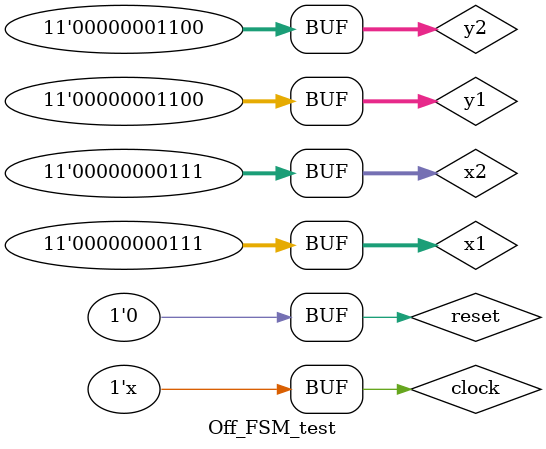
<source format=v>
`timescale 1ns / 1ps


module Off_FSM_test;

	// Inputs
	reg clock;
	reg [10:0] x1;
	reg [10:0] y1;
	reg [10:0] x2;
	reg [10:0] y2;
	reg reset;

	// Outputs
	wire is_off;

	// Instantiate the Unit Under Test (UUT)
	Off_FSM uut (
		.clock(clock), 
		.x1(x1), 
		.y1(y1), 
		.x2(x2), 
		.y2(y2), 
		.reset(reset), 
		.is_off(is_off)
	);
	
	always #5 clock = !clock;
	initial begin
		// Initialize Inputs
		clock = 0;
		x1 = 0;
		y1 = 0;
		x2 = 0;
		y2 = 0;
		reset = 0;

		// Wait 100 ns for global reset to finish
		#100;
        
		// Add stimulus here
		y1 = 12;
		y2 = 12;
		x1 = 7;
		
		#10
		x1 = 4;
		
		#10
		x1 = 1;
		
		#10
		x1 = 4;
		
		#10
		x1 = 7;
		
		#10
		x2 = 7;
		
		#10
		x2 = 10;
		
		#10
		x2 = 13;
		
		#10
		x2 = 10;
		
		#10
		x2 = 7;

	end
      
endmodule


</source>
